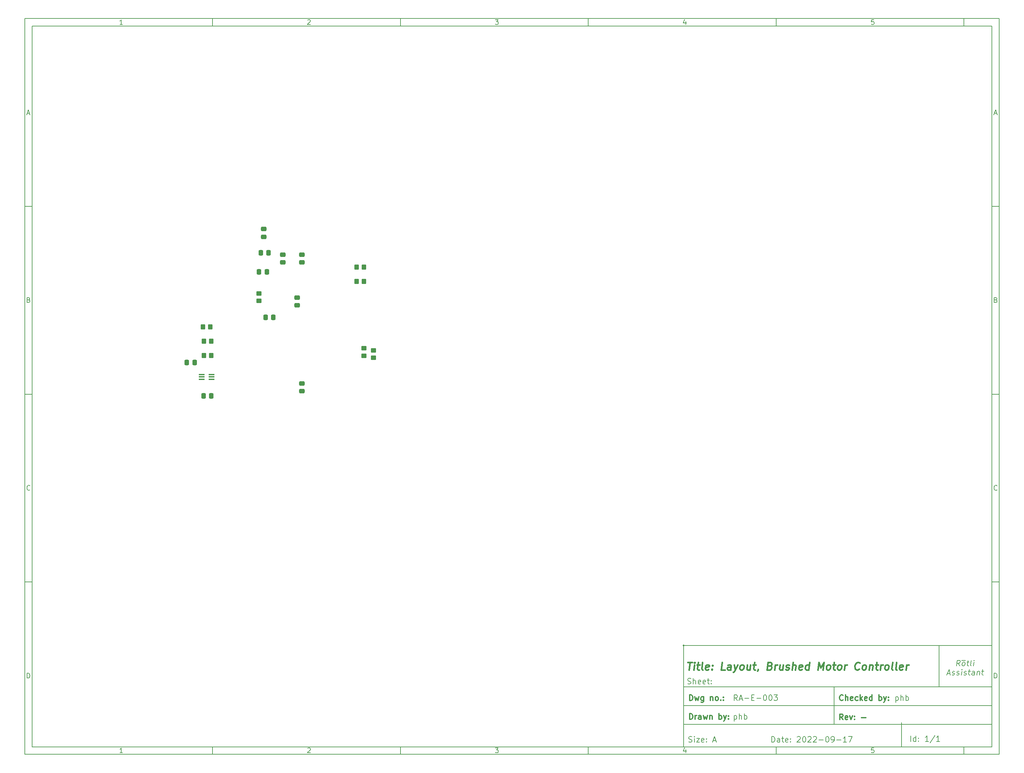
<source format=gbr>
%TF.GenerationSoftware,KiCad,Pcbnew,(6.0.7)*%
%TF.CreationDate,2022-09-17T11:26:47-05:00*%
%TF.ProjectId,BrushlessController,42727573-686c-4657-9373-436f6e74726f,-*%
%TF.SameCoordinates,Original*%
%TF.FileFunction,Paste,Top*%
%TF.FilePolarity,Positive*%
%FSLAX46Y46*%
G04 Gerber Fmt 4.6, Leading zero omitted, Abs format (unit mm)*
G04 Created by KiCad (PCBNEW (6.0.7)) date 2022-09-17 11:26:47*
%MOMM*%
%LPD*%
G01*
G04 APERTURE LIST*
G04 Aperture macros list*
%AMRoundRect*
0 Rectangle with rounded corners*
0 $1 Rounding radius*
0 $2 $3 $4 $5 $6 $7 $8 $9 X,Y pos of 4 corners*
0 Add a 4 corners polygon primitive as box body*
4,1,4,$2,$3,$4,$5,$6,$7,$8,$9,$2,$3,0*
0 Add four circle primitives for the rounded corners*
1,1,$1+$1,$2,$3*
1,1,$1+$1,$4,$5*
1,1,$1+$1,$6,$7*
1,1,$1+$1,$8,$9*
0 Add four rect primitives between the rounded corners*
20,1,$1+$1,$2,$3,$4,$5,0*
20,1,$1+$1,$4,$5,$6,$7,0*
20,1,$1+$1,$6,$7,$8,$9,0*
20,1,$1+$1,$8,$9,$2,$3,0*%
G04 Aperture macros list end*
%ADD10C,0.100000*%
%ADD11C,0.150000*%
%ADD12C,0.300000*%
%ADD13C,0.400000*%
%ADD14C,0.508000*%
%ADD15RoundRect,0.250000X-0.337500X-0.475000X0.337500X-0.475000X0.337500X0.475000X-0.337500X0.475000X0*%
%ADD16RoundRect,0.250000X0.475000X-0.337500X0.475000X0.337500X-0.475000X0.337500X-0.475000X-0.337500X0*%
%ADD17RoundRect,0.250000X-0.475000X0.337500X-0.475000X-0.337500X0.475000X-0.337500X0.475000X0.337500X0*%
%ADD18RoundRect,0.250000X-0.350000X-0.450000X0.350000X-0.450000X0.350000X0.450000X-0.350000X0.450000X0*%
%ADD19RoundRect,0.250000X-0.450000X0.350000X-0.450000X-0.350000X0.450000X-0.350000X0.450000X0.350000X0*%
%ADD20RoundRect,0.250000X0.350000X0.450000X-0.350000X0.450000X-0.350000X-0.450000X0.350000X-0.450000X0*%
%ADD21R,1.500000X0.400000*%
%ADD22RoundRect,0.250000X0.450000X-0.350000X0.450000X0.350000X-0.450000X0.350000X-0.450000X-0.350000X0*%
%ADD23RoundRect,0.250000X0.337500X0.475000X-0.337500X0.475000X-0.337500X-0.475000X0.337500X-0.475000X0*%
G04 APERTURE END LIST*
D10*
D11*
X10000000Y-10000000D02*
X10000000Y-205900000D01*
X269400000Y-205900000D01*
X269400000Y-10000000D01*
X10000000Y-10000000D01*
D10*
D11*
X12000000Y-12000000D02*
X12000000Y-203900000D01*
X267400000Y-203900000D01*
X267400000Y-12000000D01*
X12000000Y-12000000D01*
D10*
D11*
X60000000Y-12000000D02*
X60000000Y-10000000D01*
D10*
D11*
X110000000Y-12000000D02*
X110000000Y-10000000D01*
D10*
D11*
X160000000Y-12000000D02*
X160000000Y-10000000D01*
D10*
D11*
X210000000Y-12000000D02*
X210000000Y-10000000D01*
D10*
D11*
X260000000Y-12000000D02*
X260000000Y-10000000D01*
D10*
D11*
X36065476Y-11588095D02*
X35322619Y-11588095D01*
X35694047Y-11588095D02*
X35694047Y-10288095D01*
X35570238Y-10473809D01*
X35446428Y-10597619D01*
X35322619Y-10659523D01*
D10*
D11*
X85322619Y-10411904D02*
X85384523Y-10350000D01*
X85508333Y-10288095D01*
X85817857Y-10288095D01*
X85941666Y-10350000D01*
X86003571Y-10411904D01*
X86065476Y-10535714D01*
X86065476Y-10659523D01*
X86003571Y-10845238D01*
X85260714Y-11588095D01*
X86065476Y-11588095D01*
D10*
D11*
X135260714Y-10288095D02*
X136065476Y-10288095D01*
X135632142Y-10783333D01*
X135817857Y-10783333D01*
X135941666Y-10845238D01*
X136003571Y-10907142D01*
X136065476Y-11030952D01*
X136065476Y-11340476D01*
X136003571Y-11464285D01*
X135941666Y-11526190D01*
X135817857Y-11588095D01*
X135446428Y-11588095D01*
X135322619Y-11526190D01*
X135260714Y-11464285D01*
D10*
D11*
X185941666Y-10721428D02*
X185941666Y-11588095D01*
X185632142Y-10226190D02*
X185322619Y-11154761D01*
X186127380Y-11154761D01*
D10*
D11*
X236003571Y-10288095D02*
X235384523Y-10288095D01*
X235322619Y-10907142D01*
X235384523Y-10845238D01*
X235508333Y-10783333D01*
X235817857Y-10783333D01*
X235941666Y-10845238D01*
X236003571Y-10907142D01*
X236065476Y-11030952D01*
X236065476Y-11340476D01*
X236003571Y-11464285D01*
X235941666Y-11526190D01*
X235817857Y-11588095D01*
X235508333Y-11588095D01*
X235384523Y-11526190D01*
X235322619Y-11464285D01*
D10*
D11*
X60000000Y-203900000D02*
X60000000Y-205900000D01*
D10*
D11*
X110000000Y-203900000D02*
X110000000Y-205900000D01*
D10*
D11*
X160000000Y-203900000D02*
X160000000Y-205900000D01*
D10*
D11*
X210000000Y-203900000D02*
X210000000Y-205900000D01*
D10*
D11*
X260000000Y-203900000D02*
X260000000Y-205900000D01*
D10*
D11*
X36065476Y-205488095D02*
X35322619Y-205488095D01*
X35694047Y-205488095D02*
X35694047Y-204188095D01*
X35570238Y-204373809D01*
X35446428Y-204497619D01*
X35322619Y-204559523D01*
D10*
D11*
X85322619Y-204311904D02*
X85384523Y-204250000D01*
X85508333Y-204188095D01*
X85817857Y-204188095D01*
X85941666Y-204250000D01*
X86003571Y-204311904D01*
X86065476Y-204435714D01*
X86065476Y-204559523D01*
X86003571Y-204745238D01*
X85260714Y-205488095D01*
X86065476Y-205488095D01*
D10*
D11*
X135260714Y-204188095D02*
X136065476Y-204188095D01*
X135632142Y-204683333D01*
X135817857Y-204683333D01*
X135941666Y-204745238D01*
X136003571Y-204807142D01*
X136065476Y-204930952D01*
X136065476Y-205240476D01*
X136003571Y-205364285D01*
X135941666Y-205426190D01*
X135817857Y-205488095D01*
X135446428Y-205488095D01*
X135322619Y-205426190D01*
X135260714Y-205364285D01*
D10*
D11*
X185941666Y-204621428D02*
X185941666Y-205488095D01*
X185632142Y-204126190D02*
X185322619Y-205054761D01*
X186127380Y-205054761D01*
D10*
D11*
X236003571Y-204188095D02*
X235384523Y-204188095D01*
X235322619Y-204807142D01*
X235384523Y-204745238D01*
X235508333Y-204683333D01*
X235817857Y-204683333D01*
X235941666Y-204745238D01*
X236003571Y-204807142D01*
X236065476Y-204930952D01*
X236065476Y-205240476D01*
X236003571Y-205364285D01*
X235941666Y-205426190D01*
X235817857Y-205488095D01*
X235508333Y-205488095D01*
X235384523Y-205426190D01*
X235322619Y-205364285D01*
D10*
D11*
X10000000Y-60000000D02*
X12000000Y-60000000D01*
D10*
D11*
X10000000Y-110000000D02*
X12000000Y-110000000D01*
D10*
D11*
X10000000Y-160000000D02*
X12000000Y-160000000D01*
D10*
D11*
X10690476Y-35216666D02*
X11309523Y-35216666D01*
X10566666Y-35588095D02*
X11000000Y-34288095D01*
X11433333Y-35588095D01*
D10*
D11*
X11092857Y-84907142D02*
X11278571Y-84969047D01*
X11340476Y-85030952D01*
X11402380Y-85154761D01*
X11402380Y-85340476D01*
X11340476Y-85464285D01*
X11278571Y-85526190D01*
X11154761Y-85588095D01*
X10659523Y-85588095D01*
X10659523Y-84288095D01*
X11092857Y-84288095D01*
X11216666Y-84350000D01*
X11278571Y-84411904D01*
X11340476Y-84535714D01*
X11340476Y-84659523D01*
X11278571Y-84783333D01*
X11216666Y-84845238D01*
X11092857Y-84907142D01*
X10659523Y-84907142D01*
D10*
D11*
X11402380Y-135464285D02*
X11340476Y-135526190D01*
X11154761Y-135588095D01*
X11030952Y-135588095D01*
X10845238Y-135526190D01*
X10721428Y-135402380D01*
X10659523Y-135278571D01*
X10597619Y-135030952D01*
X10597619Y-134845238D01*
X10659523Y-134597619D01*
X10721428Y-134473809D01*
X10845238Y-134350000D01*
X11030952Y-134288095D01*
X11154761Y-134288095D01*
X11340476Y-134350000D01*
X11402380Y-134411904D01*
D10*
D11*
X10659523Y-185588095D02*
X10659523Y-184288095D01*
X10969047Y-184288095D01*
X11154761Y-184350000D01*
X11278571Y-184473809D01*
X11340476Y-184597619D01*
X11402380Y-184845238D01*
X11402380Y-185030952D01*
X11340476Y-185278571D01*
X11278571Y-185402380D01*
X11154761Y-185526190D01*
X10969047Y-185588095D01*
X10659523Y-185588095D01*
D10*
D11*
X269400000Y-60000000D02*
X267400000Y-60000000D01*
D10*
D11*
X269400000Y-110000000D02*
X267400000Y-110000000D01*
D10*
D11*
X269400000Y-160000000D02*
X267400000Y-160000000D01*
D10*
D11*
X268090476Y-35216666D02*
X268709523Y-35216666D01*
X267966666Y-35588095D02*
X268400000Y-34288095D01*
X268833333Y-35588095D01*
D10*
D11*
X268492857Y-84907142D02*
X268678571Y-84969047D01*
X268740476Y-85030952D01*
X268802380Y-85154761D01*
X268802380Y-85340476D01*
X268740476Y-85464285D01*
X268678571Y-85526190D01*
X268554761Y-85588095D01*
X268059523Y-85588095D01*
X268059523Y-84288095D01*
X268492857Y-84288095D01*
X268616666Y-84350000D01*
X268678571Y-84411904D01*
X268740476Y-84535714D01*
X268740476Y-84659523D01*
X268678571Y-84783333D01*
X268616666Y-84845238D01*
X268492857Y-84907142D01*
X268059523Y-84907142D01*
D10*
D11*
X268802380Y-135464285D02*
X268740476Y-135526190D01*
X268554761Y-135588095D01*
X268430952Y-135588095D01*
X268245238Y-135526190D01*
X268121428Y-135402380D01*
X268059523Y-135278571D01*
X267997619Y-135030952D01*
X267997619Y-134845238D01*
X268059523Y-134597619D01*
X268121428Y-134473809D01*
X268245238Y-134350000D01*
X268430952Y-134288095D01*
X268554761Y-134288095D01*
X268740476Y-134350000D01*
X268802380Y-134411904D01*
D10*
D11*
X268059523Y-185588095D02*
X268059523Y-184288095D01*
X268369047Y-184288095D01*
X268554761Y-184350000D01*
X268678571Y-184473809D01*
X268740476Y-184597619D01*
X268802380Y-184845238D01*
X268802380Y-185030952D01*
X268740476Y-185278571D01*
X268678571Y-185402380D01*
X268554761Y-185526190D01*
X268369047Y-185588095D01*
X268059523Y-185588095D01*
D10*
D11*
X208832142Y-202678371D02*
X208832142Y-201178371D01*
X209189285Y-201178371D01*
X209403571Y-201249800D01*
X209546428Y-201392657D01*
X209617857Y-201535514D01*
X209689285Y-201821228D01*
X209689285Y-202035514D01*
X209617857Y-202321228D01*
X209546428Y-202464085D01*
X209403571Y-202606942D01*
X209189285Y-202678371D01*
X208832142Y-202678371D01*
X210975000Y-202678371D02*
X210975000Y-201892657D01*
X210903571Y-201749800D01*
X210760714Y-201678371D01*
X210475000Y-201678371D01*
X210332142Y-201749800D01*
X210975000Y-202606942D02*
X210832142Y-202678371D01*
X210475000Y-202678371D01*
X210332142Y-202606942D01*
X210260714Y-202464085D01*
X210260714Y-202321228D01*
X210332142Y-202178371D01*
X210475000Y-202106942D01*
X210832142Y-202106942D01*
X210975000Y-202035514D01*
X211475000Y-201678371D02*
X212046428Y-201678371D01*
X211689285Y-201178371D02*
X211689285Y-202464085D01*
X211760714Y-202606942D01*
X211903571Y-202678371D01*
X212046428Y-202678371D01*
X213117857Y-202606942D02*
X212975000Y-202678371D01*
X212689285Y-202678371D01*
X212546428Y-202606942D01*
X212475000Y-202464085D01*
X212475000Y-201892657D01*
X212546428Y-201749800D01*
X212689285Y-201678371D01*
X212975000Y-201678371D01*
X213117857Y-201749800D01*
X213189285Y-201892657D01*
X213189285Y-202035514D01*
X212475000Y-202178371D01*
X213832142Y-202535514D02*
X213903571Y-202606942D01*
X213832142Y-202678371D01*
X213760714Y-202606942D01*
X213832142Y-202535514D01*
X213832142Y-202678371D01*
X213832142Y-201749800D02*
X213903571Y-201821228D01*
X213832142Y-201892657D01*
X213760714Y-201821228D01*
X213832142Y-201749800D01*
X213832142Y-201892657D01*
X215617857Y-201321228D02*
X215689285Y-201249800D01*
X215832142Y-201178371D01*
X216189285Y-201178371D01*
X216332142Y-201249800D01*
X216403571Y-201321228D01*
X216475000Y-201464085D01*
X216475000Y-201606942D01*
X216403571Y-201821228D01*
X215546428Y-202678371D01*
X216475000Y-202678371D01*
X217403571Y-201178371D02*
X217546428Y-201178371D01*
X217689285Y-201249800D01*
X217760714Y-201321228D01*
X217832142Y-201464085D01*
X217903571Y-201749800D01*
X217903571Y-202106942D01*
X217832142Y-202392657D01*
X217760714Y-202535514D01*
X217689285Y-202606942D01*
X217546428Y-202678371D01*
X217403571Y-202678371D01*
X217260714Y-202606942D01*
X217189285Y-202535514D01*
X217117857Y-202392657D01*
X217046428Y-202106942D01*
X217046428Y-201749800D01*
X217117857Y-201464085D01*
X217189285Y-201321228D01*
X217260714Y-201249800D01*
X217403571Y-201178371D01*
X218475000Y-201321228D02*
X218546428Y-201249800D01*
X218689285Y-201178371D01*
X219046428Y-201178371D01*
X219189285Y-201249800D01*
X219260714Y-201321228D01*
X219332142Y-201464085D01*
X219332142Y-201606942D01*
X219260714Y-201821228D01*
X218403571Y-202678371D01*
X219332142Y-202678371D01*
X219903571Y-201321228D02*
X219975000Y-201249800D01*
X220117857Y-201178371D01*
X220475000Y-201178371D01*
X220617857Y-201249800D01*
X220689285Y-201321228D01*
X220760714Y-201464085D01*
X220760714Y-201606942D01*
X220689285Y-201821228D01*
X219832142Y-202678371D01*
X220760714Y-202678371D01*
X221403571Y-202106942D02*
X222546428Y-202106942D01*
X223546428Y-201178371D02*
X223689285Y-201178371D01*
X223832142Y-201249800D01*
X223903571Y-201321228D01*
X223975000Y-201464085D01*
X224046428Y-201749800D01*
X224046428Y-202106942D01*
X223975000Y-202392657D01*
X223903571Y-202535514D01*
X223832142Y-202606942D01*
X223689285Y-202678371D01*
X223546428Y-202678371D01*
X223403571Y-202606942D01*
X223332142Y-202535514D01*
X223260714Y-202392657D01*
X223189285Y-202106942D01*
X223189285Y-201749800D01*
X223260714Y-201464085D01*
X223332142Y-201321228D01*
X223403571Y-201249800D01*
X223546428Y-201178371D01*
X224760714Y-202678371D02*
X225046428Y-202678371D01*
X225189285Y-202606942D01*
X225260714Y-202535514D01*
X225403571Y-202321228D01*
X225475000Y-202035514D01*
X225475000Y-201464085D01*
X225403571Y-201321228D01*
X225332142Y-201249800D01*
X225189285Y-201178371D01*
X224903571Y-201178371D01*
X224760714Y-201249800D01*
X224689285Y-201321228D01*
X224617857Y-201464085D01*
X224617857Y-201821228D01*
X224689285Y-201964085D01*
X224760714Y-202035514D01*
X224903571Y-202106942D01*
X225189285Y-202106942D01*
X225332142Y-202035514D01*
X225403571Y-201964085D01*
X225475000Y-201821228D01*
X226117857Y-202106942D02*
X227260714Y-202106942D01*
X228760714Y-202678371D02*
X227903571Y-202678371D01*
X228332142Y-202678371D02*
X228332142Y-201178371D01*
X228189285Y-201392657D01*
X228046428Y-201535514D01*
X227903571Y-201606942D01*
X229260714Y-201178371D02*
X230260714Y-201178371D01*
X229617857Y-202678371D01*
D10*
D12*
X227809285Y-196678571D02*
X227309285Y-195964285D01*
X226952142Y-196678571D02*
X226952142Y-195178571D01*
X227523571Y-195178571D01*
X227666428Y-195250000D01*
X227737857Y-195321428D01*
X227809285Y-195464285D01*
X227809285Y-195678571D01*
X227737857Y-195821428D01*
X227666428Y-195892857D01*
X227523571Y-195964285D01*
X226952142Y-195964285D01*
X229023571Y-196607142D02*
X228880714Y-196678571D01*
X228595000Y-196678571D01*
X228452142Y-196607142D01*
X228380714Y-196464285D01*
X228380714Y-195892857D01*
X228452142Y-195750000D01*
X228595000Y-195678571D01*
X228880714Y-195678571D01*
X229023571Y-195750000D01*
X229095000Y-195892857D01*
X229095000Y-196035714D01*
X228380714Y-196178571D01*
X229595000Y-195678571D02*
X229952142Y-196678571D01*
X230309285Y-195678571D01*
X230880714Y-196535714D02*
X230952142Y-196607142D01*
X230880714Y-196678571D01*
X230809285Y-196607142D01*
X230880714Y-196535714D01*
X230880714Y-196678571D01*
X230880714Y-195750000D02*
X230952142Y-195821428D01*
X230880714Y-195892857D01*
X230809285Y-195821428D01*
X230880714Y-195750000D01*
X230880714Y-195892857D01*
X232737857Y-196107142D02*
X233880714Y-196107142D01*
D10*
D11*
X186760714Y-202606942D02*
X186975000Y-202678371D01*
X187332142Y-202678371D01*
X187475000Y-202606942D01*
X187546428Y-202535514D01*
X187617857Y-202392657D01*
X187617857Y-202249800D01*
X187546428Y-202106942D01*
X187475000Y-202035514D01*
X187332142Y-201964085D01*
X187046428Y-201892657D01*
X186903571Y-201821228D01*
X186832142Y-201749800D01*
X186760714Y-201606942D01*
X186760714Y-201464085D01*
X186832142Y-201321228D01*
X186903571Y-201249800D01*
X187046428Y-201178371D01*
X187403571Y-201178371D01*
X187617857Y-201249800D01*
X188260714Y-202678371D02*
X188260714Y-201678371D01*
X188260714Y-201178371D02*
X188189285Y-201249800D01*
X188260714Y-201321228D01*
X188332142Y-201249800D01*
X188260714Y-201178371D01*
X188260714Y-201321228D01*
X188832142Y-201678371D02*
X189617857Y-201678371D01*
X188832142Y-202678371D01*
X189617857Y-202678371D01*
X190760714Y-202606942D02*
X190617857Y-202678371D01*
X190332142Y-202678371D01*
X190189285Y-202606942D01*
X190117857Y-202464085D01*
X190117857Y-201892657D01*
X190189285Y-201749800D01*
X190332142Y-201678371D01*
X190617857Y-201678371D01*
X190760714Y-201749800D01*
X190832142Y-201892657D01*
X190832142Y-202035514D01*
X190117857Y-202178371D01*
X191475000Y-202535514D02*
X191546428Y-202606942D01*
X191475000Y-202678371D01*
X191403571Y-202606942D01*
X191475000Y-202535514D01*
X191475000Y-202678371D01*
X191475000Y-201749800D02*
X191546428Y-201821228D01*
X191475000Y-201892657D01*
X191403571Y-201821228D01*
X191475000Y-201749800D01*
X191475000Y-201892657D01*
X193260714Y-202249800D02*
X193975000Y-202249800D01*
X193117857Y-202678371D02*
X193617857Y-201178371D01*
X194117857Y-202678371D01*
D10*
D11*
X245832142Y-202478571D02*
X245832142Y-200978571D01*
X247189285Y-202478571D02*
X247189285Y-200978571D01*
X247189285Y-202407142D02*
X247046428Y-202478571D01*
X246760714Y-202478571D01*
X246617857Y-202407142D01*
X246546428Y-202335714D01*
X246475000Y-202192857D01*
X246475000Y-201764285D01*
X246546428Y-201621428D01*
X246617857Y-201550000D01*
X246760714Y-201478571D01*
X247046428Y-201478571D01*
X247189285Y-201550000D01*
X247903571Y-202335714D02*
X247975000Y-202407142D01*
X247903571Y-202478571D01*
X247832142Y-202407142D01*
X247903571Y-202335714D01*
X247903571Y-202478571D01*
X247903571Y-201550000D02*
X247975000Y-201621428D01*
X247903571Y-201692857D01*
X247832142Y-201621428D01*
X247903571Y-201550000D01*
X247903571Y-201692857D01*
X250546428Y-202478571D02*
X249689285Y-202478571D01*
X250117857Y-202478571D02*
X250117857Y-200978571D01*
X249975000Y-201192857D01*
X249832142Y-201335714D01*
X249689285Y-201407142D01*
X252260714Y-200907142D02*
X250975000Y-202835714D01*
X253546428Y-202478571D02*
X252689285Y-202478571D01*
X253117857Y-202478571D02*
X253117857Y-200978571D01*
X252975000Y-201192857D01*
X252832142Y-201335714D01*
X252689285Y-201407142D01*
D10*
D13*
X186512380Y-181404561D02*
X187655238Y-181404561D01*
X186833809Y-183404561D02*
X187083809Y-181404561D01*
X188071904Y-183404561D02*
X188238571Y-182071228D01*
X188321904Y-181404561D02*
X188214761Y-181499800D01*
X188298095Y-181595038D01*
X188405238Y-181499800D01*
X188321904Y-181404561D01*
X188298095Y-181595038D01*
X188905238Y-182071228D02*
X189667142Y-182071228D01*
X189274285Y-181404561D02*
X189060000Y-183118847D01*
X189131428Y-183309323D01*
X189310000Y-183404561D01*
X189500476Y-183404561D01*
X190452857Y-183404561D02*
X190274285Y-183309323D01*
X190202857Y-183118847D01*
X190417142Y-181404561D01*
X191988571Y-183309323D02*
X191786190Y-183404561D01*
X191405238Y-183404561D01*
X191226666Y-183309323D01*
X191155238Y-183118847D01*
X191250476Y-182356942D01*
X191369523Y-182166466D01*
X191571904Y-182071228D01*
X191952857Y-182071228D01*
X192131428Y-182166466D01*
X192202857Y-182356942D01*
X192179047Y-182547419D01*
X191202857Y-182737895D01*
X192952857Y-183214085D02*
X193036190Y-183309323D01*
X192929047Y-183404561D01*
X192845714Y-183309323D01*
X192952857Y-183214085D01*
X192929047Y-183404561D01*
X193083809Y-182166466D02*
X193167142Y-182261704D01*
X193060000Y-182356942D01*
X192976666Y-182261704D01*
X193083809Y-182166466D01*
X193060000Y-182356942D01*
X196357619Y-183404561D02*
X195405238Y-183404561D01*
X195655238Y-181404561D01*
X197881428Y-183404561D02*
X198012380Y-182356942D01*
X197940952Y-182166466D01*
X197762380Y-182071228D01*
X197381428Y-182071228D01*
X197179047Y-182166466D01*
X197893333Y-183309323D02*
X197690952Y-183404561D01*
X197214761Y-183404561D01*
X197036190Y-183309323D01*
X196964761Y-183118847D01*
X196988571Y-182928371D01*
X197107619Y-182737895D01*
X197310000Y-182642657D01*
X197786190Y-182642657D01*
X197988571Y-182547419D01*
X198810000Y-182071228D02*
X199119523Y-183404561D01*
X199762380Y-182071228D02*
X199119523Y-183404561D01*
X198869523Y-183880752D01*
X198762380Y-183975990D01*
X198560000Y-184071228D01*
X200643333Y-183404561D02*
X200464761Y-183309323D01*
X200381428Y-183214085D01*
X200310000Y-183023609D01*
X200381428Y-182452180D01*
X200500476Y-182261704D01*
X200607619Y-182166466D01*
X200810000Y-182071228D01*
X201095714Y-182071228D01*
X201274285Y-182166466D01*
X201357619Y-182261704D01*
X201429047Y-182452180D01*
X201357619Y-183023609D01*
X201238571Y-183214085D01*
X201131428Y-183309323D01*
X200929047Y-183404561D01*
X200643333Y-183404561D01*
X203190952Y-182071228D02*
X203024285Y-183404561D01*
X202333809Y-182071228D02*
X202202857Y-183118847D01*
X202274285Y-183309323D01*
X202452857Y-183404561D01*
X202738571Y-183404561D01*
X202940952Y-183309323D01*
X203048095Y-183214085D01*
X203857619Y-182071228D02*
X204619523Y-182071228D01*
X204226666Y-181404561D02*
X204012380Y-183118847D01*
X204083809Y-183309323D01*
X204262380Y-183404561D01*
X204452857Y-183404561D01*
X205226666Y-183309323D02*
X205214761Y-183404561D01*
X205095714Y-183595038D01*
X204988571Y-183690276D01*
X208393333Y-182356942D02*
X208667142Y-182452180D01*
X208750476Y-182547419D01*
X208821904Y-182737895D01*
X208786190Y-183023609D01*
X208667142Y-183214085D01*
X208560000Y-183309323D01*
X208357619Y-183404561D01*
X207595714Y-183404561D01*
X207845714Y-181404561D01*
X208512380Y-181404561D01*
X208690952Y-181499800D01*
X208774285Y-181595038D01*
X208845714Y-181785514D01*
X208821904Y-181975990D01*
X208702857Y-182166466D01*
X208595714Y-182261704D01*
X208393333Y-182356942D01*
X207726666Y-182356942D01*
X209595714Y-183404561D02*
X209762380Y-182071228D01*
X209714761Y-182452180D02*
X209833809Y-182261704D01*
X209940952Y-182166466D01*
X210143333Y-182071228D01*
X210333809Y-182071228D01*
X211857619Y-182071228D02*
X211690952Y-183404561D01*
X211000476Y-182071228D02*
X210869523Y-183118847D01*
X210940952Y-183309323D01*
X211119523Y-183404561D01*
X211405238Y-183404561D01*
X211607619Y-183309323D01*
X211714761Y-183214085D01*
X212560000Y-183309323D02*
X212738571Y-183404561D01*
X213119523Y-183404561D01*
X213321904Y-183309323D01*
X213440952Y-183118847D01*
X213452857Y-183023609D01*
X213381428Y-182833133D01*
X213202857Y-182737895D01*
X212917142Y-182737895D01*
X212738571Y-182642657D01*
X212667142Y-182452180D01*
X212679047Y-182356942D01*
X212798095Y-182166466D01*
X213000476Y-182071228D01*
X213286190Y-182071228D01*
X213464761Y-182166466D01*
X214262380Y-183404561D02*
X214512380Y-181404561D01*
X215119523Y-183404561D02*
X215250476Y-182356942D01*
X215179047Y-182166466D01*
X215000476Y-182071228D01*
X214714761Y-182071228D01*
X214512380Y-182166466D01*
X214405238Y-182261704D01*
X216845714Y-183309323D02*
X216643333Y-183404561D01*
X216262380Y-183404561D01*
X216083809Y-183309323D01*
X216012380Y-183118847D01*
X216107619Y-182356942D01*
X216226666Y-182166466D01*
X216429047Y-182071228D01*
X216810000Y-182071228D01*
X216988571Y-182166466D01*
X217060000Y-182356942D01*
X217036190Y-182547419D01*
X216060000Y-182737895D01*
X218643333Y-183404561D02*
X218893333Y-181404561D01*
X218655238Y-183309323D02*
X218452857Y-183404561D01*
X218071904Y-183404561D01*
X217893333Y-183309323D01*
X217810000Y-183214085D01*
X217738571Y-183023609D01*
X217810000Y-182452180D01*
X217929047Y-182261704D01*
X218036190Y-182166466D01*
X218238571Y-182071228D01*
X218619523Y-182071228D01*
X218798095Y-182166466D01*
X221119523Y-183404561D02*
X221369523Y-181404561D01*
X221857619Y-182833133D01*
X222702857Y-181404561D01*
X222452857Y-183404561D01*
X223690952Y-183404561D02*
X223512380Y-183309323D01*
X223429047Y-183214085D01*
X223357619Y-183023609D01*
X223429047Y-182452180D01*
X223548095Y-182261704D01*
X223655238Y-182166466D01*
X223857619Y-182071228D01*
X224143333Y-182071228D01*
X224321904Y-182166466D01*
X224405238Y-182261704D01*
X224476666Y-182452180D01*
X224405238Y-183023609D01*
X224286190Y-183214085D01*
X224179047Y-183309323D01*
X223976666Y-183404561D01*
X223690952Y-183404561D01*
X225095714Y-182071228D02*
X225857619Y-182071228D01*
X225464761Y-181404561D02*
X225250476Y-183118847D01*
X225321904Y-183309323D01*
X225500476Y-183404561D01*
X225690952Y-183404561D01*
X226643333Y-183404561D02*
X226464761Y-183309323D01*
X226381428Y-183214085D01*
X226310000Y-183023609D01*
X226381428Y-182452180D01*
X226500476Y-182261704D01*
X226607619Y-182166466D01*
X226810000Y-182071228D01*
X227095714Y-182071228D01*
X227274285Y-182166466D01*
X227357619Y-182261704D01*
X227429047Y-182452180D01*
X227357619Y-183023609D01*
X227238571Y-183214085D01*
X227131428Y-183309323D01*
X226929047Y-183404561D01*
X226643333Y-183404561D01*
X228167142Y-183404561D02*
X228333809Y-182071228D01*
X228286190Y-182452180D02*
X228405238Y-182261704D01*
X228512380Y-182166466D01*
X228714761Y-182071228D01*
X228905238Y-182071228D01*
X232095714Y-183214085D02*
X231988571Y-183309323D01*
X231690952Y-183404561D01*
X231500476Y-183404561D01*
X231226666Y-183309323D01*
X231060000Y-183118847D01*
X230988571Y-182928371D01*
X230940952Y-182547419D01*
X230976666Y-182261704D01*
X231119523Y-181880752D01*
X231238571Y-181690276D01*
X231452857Y-181499800D01*
X231750476Y-181404561D01*
X231940952Y-181404561D01*
X232214761Y-181499800D01*
X232298095Y-181595038D01*
X233214761Y-183404561D02*
X233036190Y-183309323D01*
X232952857Y-183214085D01*
X232881428Y-183023609D01*
X232952857Y-182452180D01*
X233071904Y-182261704D01*
X233179047Y-182166466D01*
X233381428Y-182071228D01*
X233667142Y-182071228D01*
X233845714Y-182166466D01*
X233929047Y-182261704D01*
X234000476Y-182452180D01*
X233929047Y-183023609D01*
X233810000Y-183214085D01*
X233702857Y-183309323D01*
X233500476Y-183404561D01*
X233214761Y-183404561D01*
X234905238Y-182071228D02*
X234738571Y-183404561D01*
X234881428Y-182261704D02*
X234988571Y-182166466D01*
X235190952Y-182071228D01*
X235476666Y-182071228D01*
X235655238Y-182166466D01*
X235726666Y-182356942D01*
X235595714Y-183404561D01*
X236429047Y-182071228D02*
X237190952Y-182071228D01*
X236798095Y-181404561D02*
X236583809Y-183118847D01*
X236655238Y-183309323D01*
X236833809Y-183404561D01*
X237024285Y-183404561D01*
X237690952Y-183404561D02*
X237857619Y-182071228D01*
X237809999Y-182452180D02*
X237929047Y-182261704D01*
X238036190Y-182166466D01*
X238238571Y-182071228D01*
X238429047Y-182071228D01*
X239214761Y-183404561D02*
X239036190Y-183309323D01*
X238952857Y-183214085D01*
X238881428Y-183023609D01*
X238952857Y-182452180D01*
X239071904Y-182261704D01*
X239179047Y-182166466D01*
X239381428Y-182071228D01*
X239667142Y-182071228D01*
X239845714Y-182166466D01*
X239929047Y-182261704D01*
X240000476Y-182452180D01*
X239929047Y-183023609D01*
X239809999Y-183214085D01*
X239702857Y-183309323D01*
X239500476Y-183404561D01*
X239214761Y-183404561D01*
X241024285Y-183404561D02*
X240845714Y-183309323D01*
X240774285Y-183118847D01*
X240988571Y-181404561D01*
X242071904Y-183404561D02*
X241893333Y-183309323D01*
X241821904Y-183118847D01*
X242036190Y-181404561D01*
X243607619Y-183309323D02*
X243405238Y-183404561D01*
X243024285Y-183404561D01*
X242845714Y-183309323D01*
X242774285Y-183118847D01*
X242869523Y-182356942D01*
X242988571Y-182166466D01*
X243190952Y-182071228D01*
X243571904Y-182071228D01*
X243750476Y-182166466D01*
X243821904Y-182356942D01*
X243798095Y-182547419D01*
X242821904Y-182737895D01*
X244548095Y-183404561D02*
X244714761Y-182071228D01*
X244667142Y-182452180D02*
X244786190Y-182261704D01*
X244893333Y-182166466D01*
X245095714Y-182071228D01*
X245286190Y-182071228D01*
D10*
D11*
X186460714Y-187106942D02*
X186675000Y-187178371D01*
X187032142Y-187178371D01*
X187175000Y-187106942D01*
X187246428Y-187035514D01*
X187317857Y-186892657D01*
X187317857Y-186749800D01*
X187246428Y-186606942D01*
X187175000Y-186535514D01*
X187032142Y-186464085D01*
X186746428Y-186392657D01*
X186603571Y-186321228D01*
X186532142Y-186249800D01*
X186460714Y-186106942D01*
X186460714Y-185964085D01*
X186532142Y-185821228D01*
X186603571Y-185749800D01*
X186746428Y-185678371D01*
X187103571Y-185678371D01*
X187317857Y-185749800D01*
X187960714Y-187178371D02*
X187960714Y-185678371D01*
X188603571Y-187178371D02*
X188603571Y-186392657D01*
X188532142Y-186249800D01*
X188389285Y-186178371D01*
X188175000Y-186178371D01*
X188032142Y-186249800D01*
X187960714Y-186321228D01*
X189889285Y-187106942D02*
X189746428Y-187178371D01*
X189460714Y-187178371D01*
X189317857Y-187106942D01*
X189246428Y-186964085D01*
X189246428Y-186392657D01*
X189317857Y-186249800D01*
X189460714Y-186178371D01*
X189746428Y-186178371D01*
X189889285Y-186249800D01*
X189960714Y-186392657D01*
X189960714Y-186535514D01*
X189246428Y-186678371D01*
X191175000Y-187106942D02*
X191032142Y-187178371D01*
X190746428Y-187178371D01*
X190603571Y-187106942D01*
X190532142Y-186964085D01*
X190532142Y-186392657D01*
X190603571Y-186249800D01*
X190746428Y-186178371D01*
X191032142Y-186178371D01*
X191175000Y-186249800D01*
X191246428Y-186392657D01*
X191246428Y-186535514D01*
X190532142Y-186678371D01*
X191675000Y-186178371D02*
X192246428Y-186178371D01*
X191889285Y-185678371D02*
X191889285Y-186964085D01*
X191960714Y-187106942D01*
X192103571Y-187178371D01*
X192246428Y-187178371D01*
X192746428Y-187035514D02*
X192817857Y-187106942D01*
X192746428Y-187178371D01*
X192675000Y-187106942D01*
X192746428Y-187035514D01*
X192746428Y-187178371D01*
X192746428Y-186249800D02*
X192817857Y-186321228D01*
X192746428Y-186392657D01*
X192675000Y-186321228D01*
X192746428Y-186249800D01*
X192746428Y-186392657D01*
D10*
D11*
X199689285Y-191578371D02*
X199189285Y-190864085D01*
X198832142Y-191578371D02*
X198832142Y-190078371D01*
X199403571Y-190078371D01*
X199546428Y-190149800D01*
X199617857Y-190221228D01*
X199689285Y-190364085D01*
X199689285Y-190578371D01*
X199617857Y-190721228D01*
X199546428Y-190792657D01*
X199403571Y-190864085D01*
X198832142Y-190864085D01*
X200260714Y-191149800D02*
X200975000Y-191149800D01*
X200117857Y-191578371D02*
X200617857Y-190078371D01*
X201117857Y-191578371D01*
X201617857Y-191006942D02*
X202760714Y-191006942D01*
X203475000Y-190792657D02*
X203975000Y-190792657D01*
X204189285Y-191578371D02*
X203475000Y-191578371D01*
X203475000Y-190078371D01*
X204189285Y-190078371D01*
X204832142Y-191006942D02*
X205975000Y-191006942D01*
X206975000Y-190078371D02*
X207117857Y-190078371D01*
X207260714Y-190149800D01*
X207332142Y-190221228D01*
X207403571Y-190364085D01*
X207475000Y-190649800D01*
X207475000Y-191006942D01*
X207403571Y-191292657D01*
X207332142Y-191435514D01*
X207260714Y-191506942D01*
X207117857Y-191578371D01*
X206975000Y-191578371D01*
X206832142Y-191506942D01*
X206760714Y-191435514D01*
X206689285Y-191292657D01*
X206617857Y-191006942D01*
X206617857Y-190649800D01*
X206689285Y-190364085D01*
X206760714Y-190221228D01*
X206832142Y-190149800D01*
X206975000Y-190078371D01*
X208403571Y-190078371D02*
X208546428Y-190078371D01*
X208689285Y-190149800D01*
X208760714Y-190221228D01*
X208832142Y-190364085D01*
X208903571Y-190649800D01*
X208903571Y-191006942D01*
X208832142Y-191292657D01*
X208760714Y-191435514D01*
X208689285Y-191506942D01*
X208546428Y-191578371D01*
X208403571Y-191578371D01*
X208260714Y-191506942D01*
X208189285Y-191435514D01*
X208117857Y-191292657D01*
X208046428Y-191006942D01*
X208046428Y-190649800D01*
X208117857Y-190364085D01*
X208189285Y-190221228D01*
X208260714Y-190149800D01*
X208403571Y-190078371D01*
X209403571Y-190078371D02*
X210332142Y-190078371D01*
X209832142Y-190649800D01*
X210046428Y-190649800D01*
X210189285Y-190721228D01*
X210260714Y-190792657D01*
X210332142Y-190935514D01*
X210332142Y-191292657D01*
X210260714Y-191435514D01*
X210189285Y-191506942D01*
X210046428Y-191578371D01*
X209617857Y-191578371D01*
X209475000Y-191506942D01*
X209403571Y-191435514D01*
D10*
D11*
X241832142Y-190578371D02*
X241832142Y-192078371D01*
X241832142Y-190649800D02*
X241975000Y-190578371D01*
X242260714Y-190578371D01*
X242403571Y-190649800D01*
X242475000Y-190721228D01*
X242546428Y-190864085D01*
X242546428Y-191292657D01*
X242475000Y-191435514D01*
X242403571Y-191506942D01*
X242260714Y-191578371D01*
X241975000Y-191578371D01*
X241832142Y-191506942D01*
X243189285Y-191578371D02*
X243189285Y-190078371D01*
X243832142Y-191578371D02*
X243832142Y-190792657D01*
X243760714Y-190649800D01*
X243617857Y-190578371D01*
X243403571Y-190578371D01*
X243260714Y-190649800D01*
X243189285Y-190721228D01*
X244546428Y-191578371D02*
X244546428Y-190078371D01*
X244546428Y-190649800D02*
X244689285Y-190578371D01*
X244975000Y-190578371D01*
X245117857Y-190649800D01*
X245189285Y-190721228D01*
X245260714Y-190864085D01*
X245260714Y-191292657D01*
X245189285Y-191435514D01*
X245117857Y-191506942D01*
X244975000Y-191578371D01*
X244689285Y-191578371D01*
X244546428Y-191506942D01*
D10*
D11*
X198832142Y-195578371D02*
X198832142Y-197078371D01*
X198832142Y-195649800D02*
X198975000Y-195578371D01*
X199260714Y-195578371D01*
X199403571Y-195649800D01*
X199475000Y-195721228D01*
X199546428Y-195864085D01*
X199546428Y-196292657D01*
X199475000Y-196435514D01*
X199403571Y-196506942D01*
X199260714Y-196578371D01*
X198975000Y-196578371D01*
X198832142Y-196506942D01*
X200189285Y-196578371D02*
X200189285Y-195078371D01*
X200832142Y-196578371D02*
X200832142Y-195792657D01*
X200760714Y-195649800D01*
X200617857Y-195578371D01*
X200403571Y-195578371D01*
X200260714Y-195649800D01*
X200189285Y-195721228D01*
X201546428Y-196578371D02*
X201546428Y-195078371D01*
X201546428Y-195649800D02*
X201689285Y-195578371D01*
X201975000Y-195578371D01*
X202117857Y-195649800D01*
X202189285Y-195721228D01*
X202260714Y-195864085D01*
X202260714Y-196292657D01*
X202189285Y-196435514D01*
X202117857Y-196506942D01*
X201975000Y-196578371D01*
X201689285Y-196578371D01*
X201546428Y-196506942D01*
D10*
D11*
X243400000Y-197400000D02*
X243400000Y-203900000D01*
D10*
D11*
X267411000Y-187897800D02*
X267411000Y-176897800D01*
X185411000Y-176897800D01*
X185411000Y-187897800D01*
X267411000Y-187897800D01*
D10*
D14*
X185411000Y-176898000D02*
X185411000Y-176898000D01*
X185411000Y-176898000D01*
X185411000Y-176898000D01*
X185411000Y-176898000D01*
D10*
D12*
X186963142Y-196576571D02*
X186963142Y-195076571D01*
X187320285Y-195076571D01*
X187534571Y-195148000D01*
X187677428Y-195290857D01*
X187748857Y-195433714D01*
X187820285Y-195719428D01*
X187820285Y-195933714D01*
X187748857Y-196219428D01*
X187677428Y-196362285D01*
X187534571Y-196505142D01*
X187320285Y-196576571D01*
X186963142Y-196576571D01*
X188463142Y-196576571D02*
X188463142Y-195576571D01*
X188463142Y-195862285D02*
X188534571Y-195719428D01*
X188606000Y-195648000D01*
X188748857Y-195576571D01*
X188891714Y-195576571D01*
X190034571Y-196576571D02*
X190034571Y-195790857D01*
X189963142Y-195648000D01*
X189820285Y-195576571D01*
X189534571Y-195576571D01*
X189391714Y-195648000D01*
X190034571Y-196505142D02*
X189891714Y-196576571D01*
X189534571Y-196576571D01*
X189391714Y-196505142D01*
X189320285Y-196362285D01*
X189320285Y-196219428D01*
X189391714Y-196076571D01*
X189534571Y-196005142D01*
X189891714Y-196005142D01*
X190034571Y-195933714D01*
X190606000Y-195576571D02*
X190891714Y-196576571D01*
X191177428Y-195862285D01*
X191463142Y-196576571D01*
X191748857Y-195576571D01*
X192320285Y-195576571D02*
X192320285Y-196576571D01*
X192320285Y-195719428D02*
X192391714Y-195648000D01*
X192534571Y-195576571D01*
X192748857Y-195576571D01*
X192891714Y-195648000D01*
X192963142Y-195790857D01*
X192963142Y-196576571D01*
X194820285Y-196576571D02*
X194820285Y-195076571D01*
X194820285Y-195648000D02*
X194963142Y-195576571D01*
X195248857Y-195576571D01*
X195391714Y-195648000D01*
X195463142Y-195719428D01*
X195534571Y-195862285D01*
X195534571Y-196290857D01*
X195463142Y-196433714D01*
X195391714Y-196505142D01*
X195248857Y-196576571D01*
X194963142Y-196576571D01*
X194820285Y-196505142D01*
X196034571Y-195576571D02*
X196391714Y-196576571D01*
X196748857Y-195576571D02*
X196391714Y-196576571D01*
X196248857Y-196933714D01*
X196177428Y-197005142D01*
X196034571Y-197076571D01*
X197320285Y-196433714D02*
X197391714Y-196505142D01*
X197320285Y-196576571D01*
X197248857Y-196505142D01*
X197320285Y-196433714D01*
X197320285Y-196576571D01*
X197320285Y-195648000D02*
X197391714Y-195719428D01*
X197320285Y-195790857D01*
X197248857Y-195719428D01*
X197320285Y-195648000D01*
X197320285Y-195790857D01*
D10*
D11*
X225411000Y-187897800D02*
X225411000Y-192897800D01*
D10*
D12*
X227820285Y-191433714D02*
X227748857Y-191505142D01*
X227534571Y-191576571D01*
X227391714Y-191576571D01*
X227177428Y-191505142D01*
X227034571Y-191362285D01*
X226963142Y-191219428D01*
X226891714Y-190933714D01*
X226891714Y-190719428D01*
X226963142Y-190433714D01*
X227034571Y-190290857D01*
X227177428Y-190148000D01*
X227391714Y-190076571D01*
X227534571Y-190076571D01*
X227748857Y-190148000D01*
X227820285Y-190219428D01*
X228463142Y-191576571D02*
X228463142Y-190076571D01*
X229106000Y-191576571D02*
X229106000Y-190790857D01*
X229034571Y-190648000D01*
X228891714Y-190576571D01*
X228677428Y-190576571D01*
X228534571Y-190648000D01*
X228463142Y-190719428D01*
X230391714Y-191505142D02*
X230248857Y-191576571D01*
X229963142Y-191576571D01*
X229820285Y-191505142D01*
X229748857Y-191362285D01*
X229748857Y-190790857D01*
X229820285Y-190648000D01*
X229963142Y-190576571D01*
X230248857Y-190576571D01*
X230391714Y-190648000D01*
X230463142Y-190790857D01*
X230463142Y-190933714D01*
X229748857Y-191076571D01*
X231748857Y-191505142D02*
X231606000Y-191576571D01*
X231320285Y-191576571D01*
X231177428Y-191505142D01*
X231106000Y-191433714D01*
X231034571Y-191290857D01*
X231034571Y-190862285D01*
X231106000Y-190719428D01*
X231177428Y-190648000D01*
X231320285Y-190576571D01*
X231606000Y-190576571D01*
X231748857Y-190648000D01*
X232391714Y-191576571D02*
X232391714Y-190076571D01*
X232534571Y-191005142D02*
X232963142Y-191576571D01*
X232963142Y-190576571D02*
X232391714Y-191148000D01*
X234177428Y-191505142D02*
X234034571Y-191576571D01*
X233748857Y-191576571D01*
X233606000Y-191505142D01*
X233534571Y-191362285D01*
X233534571Y-190790857D01*
X233606000Y-190648000D01*
X233748857Y-190576571D01*
X234034571Y-190576571D01*
X234177428Y-190648000D01*
X234248857Y-190790857D01*
X234248857Y-190933714D01*
X233534571Y-191076571D01*
X235534571Y-191576571D02*
X235534571Y-190076571D01*
X235534571Y-191505142D02*
X235391714Y-191576571D01*
X235106000Y-191576571D01*
X234963142Y-191505142D01*
X234891714Y-191433714D01*
X234820285Y-191290857D01*
X234820285Y-190862285D01*
X234891714Y-190719428D01*
X234963142Y-190648000D01*
X235106000Y-190576571D01*
X235391714Y-190576571D01*
X235534571Y-190648000D01*
X237391714Y-191576571D02*
X237391714Y-190076571D01*
X237391714Y-190648000D02*
X237534571Y-190576571D01*
X237820285Y-190576571D01*
X237963142Y-190648000D01*
X238034571Y-190719428D01*
X238106000Y-190862285D01*
X238106000Y-191290857D01*
X238034571Y-191433714D01*
X237963142Y-191505142D01*
X237820285Y-191576571D01*
X237534571Y-191576571D01*
X237391714Y-191505142D01*
X238606000Y-190576571D02*
X238963142Y-191576571D01*
X239320285Y-190576571D02*
X238963142Y-191576571D01*
X238820285Y-191933714D01*
X238748857Y-192005142D01*
X238606000Y-192076571D01*
X239891714Y-191433714D02*
X239963142Y-191505142D01*
X239891714Y-191576571D01*
X239820285Y-191505142D01*
X239891714Y-191433714D01*
X239891714Y-191576571D01*
X239891714Y-190648000D02*
X239963142Y-190719428D01*
X239891714Y-190790857D01*
X239820285Y-190719428D01*
X239891714Y-190648000D01*
X239891714Y-190790857D01*
D10*
D11*
X185411000Y-192897800D02*
X185411000Y-197897800D01*
D10*
D11*
X185411000Y-192897800D02*
X267411000Y-192897800D01*
D10*
D11*
X185411000Y-192897800D02*
X185411000Y-187897800D01*
D10*
D12*
X186963142Y-191576571D02*
X186963142Y-190076571D01*
X187320285Y-190076571D01*
X187534571Y-190148000D01*
X187677428Y-190290857D01*
X187748857Y-190433714D01*
X187820285Y-190719428D01*
X187820285Y-190933714D01*
X187748857Y-191219428D01*
X187677428Y-191362285D01*
X187534571Y-191505142D01*
X187320285Y-191576571D01*
X186963142Y-191576571D01*
X188320285Y-190576571D02*
X188606000Y-191576571D01*
X188891714Y-190862285D01*
X189177428Y-191576571D01*
X189463142Y-190576571D01*
X190677428Y-190576571D02*
X190677428Y-191790857D01*
X190606000Y-191933714D01*
X190534571Y-192005142D01*
X190391714Y-192076571D01*
X190177428Y-192076571D01*
X190034571Y-192005142D01*
X190677428Y-191505142D02*
X190534571Y-191576571D01*
X190248857Y-191576571D01*
X190106000Y-191505142D01*
X190034571Y-191433714D01*
X189963142Y-191290857D01*
X189963142Y-190862285D01*
X190034571Y-190719428D01*
X190106000Y-190648000D01*
X190248857Y-190576571D01*
X190534571Y-190576571D01*
X190677428Y-190648000D01*
X192534571Y-190576571D02*
X192534571Y-191576571D01*
X192534571Y-190719428D02*
X192606000Y-190648000D01*
X192748857Y-190576571D01*
X192963142Y-190576571D01*
X193106000Y-190648000D01*
X193177428Y-190790857D01*
X193177428Y-191576571D01*
X194106000Y-191576571D02*
X193963142Y-191505142D01*
X193891714Y-191433714D01*
X193820285Y-191290857D01*
X193820285Y-190862285D01*
X193891714Y-190719428D01*
X193963142Y-190648000D01*
X194106000Y-190576571D01*
X194320285Y-190576571D01*
X194463142Y-190648000D01*
X194534571Y-190719428D01*
X194606000Y-190862285D01*
X194606000Y-191290857D01*
X194534571Y-191433714D01*
X194463142Y-191505142D01*
X194320285Y-191576571D01*
X194106000Y-191576571D01*
X195248857Y-191433714D02*
X195320285Y-191505142D01*
X195248857Y-191576571D01*
X195177428Y-191505142D01*
X195248857Y-191433714D01*
X195248857Y-191576571D01*
X195963142Y-191433714D02*
X196034571Y-191505142D01*
X195963142Y-191576571D01*
X195891714Y-191505142D01*
X195963142Y-191433714D01*
X195963142Y-191576571D01*
X195963142Y-190648000D02*
X196034571Y-190719428D01*
X195963142Y-190790857D01*
X195891714Y-190719428D01*
X195963142Y-190648000D01*
X195963142Y-190790857D01*
D10*
D11*
X225411000Y-192897800D02*
X225411000Y-197897800D01*
D10*
D11*
X185411000Y-197897800D02*
X267411000Y-197897800D01*
D10*
D11*
X185411000Y-197897800D02*
X185411000Y-203897800D01*
D10*
D11*
X258876133Y-182368871D02*
X258465419Y-181654585D01*
X258018991Y-182368871D02*
X258206491Y-180868871D01*
X258777919Y-180868871D01*
X258911848Y-180940300D01*
X258974348Y-181011728D01*
X259027919Y-181154585D01*
X259001133Y-181368871D01*
X258911848Y-181511728D01*
X258831491Y-181583157D01*
X258679705Y-181654585D01*
X258108276Y-181654585D01*
X259733276Y-182368871D02*
X259599348Y-182297442D01*
X259536848Y-182226014D01*
X259483276Y-182083157D01*
X259536848Y-181654585D01*
X259626133Y-181511728D01*
X259706491Y-181440300D01*
X259858276Y-181368871D01*
X260072562Y-181368871D01*
X260206491Y-181440300D01*
X260268991Y-181511728D01*
X260322562Y-181654585D01*
X260268991Y-182083157D01*
X260179705Y-182226014D01*
X260099348Y-182297442D01*
X259947562Y-182368871D01*
X259733276Y-182368871D01*
X260786848Y-181368871D02*
X261358276Y-181368871D01*
X261063633Y-180868871D02*
X260902919Y-182154585D01*
X260956491Y-182297442D01*
X261090419Y-182368871D01*
X261233276Y-182368871D01*
X261947562Y-182368871D02*
X261813633Y-182297442D01*
X261760062Y-182154585D01*
X261920776Y-180868871D01*
X262518991Y-182368871D02*
X262643991Y-181368871D01*
X262706491Y-180868871D02*
X262626133Y-180940300D01*
X262688633Y-181011728D01*
X262768991Y-180940300D01*
X262706491Y-180868871D01*
X262688633Y-181011728D01*
X255572562Y-184355300D02*
X256286848Y-184355300D01*
X255376133Y-184783871D02*
X256063633Y-183283871D01*
X256376133Y-184783871D01*
X256813633Y-184712442D02*
X256947562Y-184783871D01*
X257233276Y-184783871D01*
X257385062Y-184712442D01*
X257474348Y-184569585D01*
X257483276Y-184498157D01*
X257429705Y-184355300D01*
X257295776Y-184283871D01*
X257081491Y-184283871D01*
X256947562Y-184212442D01*
X256893991Y-184069585D01*
X256902919Y-183998157D01*
X256992205Y-183855300D01*
X257143991Y-183783871D01*
X257358276Y-183783871D01*
X257492205Y-183855300D01*
X258027919Y-184712442D02*
X258161848Y-184783871D01*
X258447562Y-184783871D01*
X258599348Y-184712442D01*
X258688633Y-184569585D01*
X258697562Y-184498157D01*
X258643991Y-184355300D01*
X258510062Y-184283871D01*
X258295776Y-184283871D01*
X258161848Y-184212442D01*
X258108276Y-184069585D01*
X258117205Y-183998157D01*
X258206491Y-183855300D01*
X258358276Y-183783871D01*
X258572562Y-183783871D01*
X258706491Y-183855300D01*
X259304705Y-184783871D02*
X259429705Y-183783871D01*
X259492205Y-183283871D02*
X259411848Y-183355300D01*
X259474348Y-183426728D01*
X259554705Y-183355300D01*
X259492205Y-183283871D01*
X259474348Y-183426728D01*
X259956491Y-184712442D02*
X260090419Y-184783871D01*
X260376133Y-184783871D01*
X260527919Y-184712442D01*
X260617205Y-184569585D01*
X260626133Y-184498157D01*
X260572562Y-184355300D01*
X260438633Y-184283871D01*
X260224348Y-184283871D01*
X260090419Y-184212442D01*
X260036848Y-184069585D01*
X260045776Y-183998157D01*
X260135062Y-183855300D01*
X260286848Y-183783871D01*
X260501133Y-183783871D01*
X260635062Y-183855300D01*
X261143991Y-183783871D02*
X261715419Y-183783871D01*
X261420776Y-183283871D02*
X261260062Y-184569585D01*
X261313633Y-184712442D01*
X261447562Y-184783871D01*
X261590419Y-184783871D01*
X262733276Y-184783871D02*
X262831491Y-183998157D01*
X262777919Y-183855300D01*
X262643991Y-183783871D01*
X262358276Y-183783871D01*
X262206491Y-183855300D01*
X262742205Y-184712442D02*
X262590419Y-184783871D01*
X262233276Y-184783871D01*
X262099348Y-184712442D01*
X262045776Y-184569585D01*
X262063633Y-184426728D01*
X262152919Y-184283871D01*
X262304705Y-184212442D01*
X262661848Y-184212442D01*
X262813633Y-184141014D01*
X263572562Y-183783871D02*
X263447562Y-184783871D01*
X263554705Y-183926728D02*
X263635062Y-183855300D01*
X263786848Y-183783871D01*
X264001133Y-183783871D01*
X264135062Y-183855300D01*
X264188633Y-183998157D01*
X264090419Y-184783871D01*
X264715419Y-183783871D02*
X265286848Y-183783871D01*
X264992205Y-183283871D02*
X264831491Y-184569585D01*
X264885062Y-184712442D01*
X265018991Y-184783871D01*
X265161848Y-184783871D01*
D10*
D11*
X253411000Y-176897800D02*
X253411000Y-187897800D01*
X267411000Y-187897800D01*
X267411000Y-176897800D01*
X253411000Y-176897800D01*
D10*
D11*
X259411000Y-180897800D02*
X260411000Y-180897800D01*
D15*
%TO.C,C6*%
X72855000Y-72390000D03*
X74930000Y-72390000D03*
%TD*%
%TO.C,C5*%
X74125000Y-89530000D03*
X76200000Y-89530000D03*
%TD*%
D16*
%TO.C,C10*%
X82550000Y-86360000D03*
X82550000Y-84285000D03*
%TD*%
D17*
%TO.C,C8*%
X83820000Y-72855000D03*
X83820000Y-74930000D03*
%TD*%
D18*
%TO.C,R2*%
X57690000Y-95885000D03*
X59690000Y-95885000D03*
%TD*%
D19*
%TO.C,R8*%
X100330000Y-97790000D03*
X100330000Y-99790000D03*
%TD*%
%TO.C,R6*%
X102870000Y-98330000D03*
X102870000Y-100330000D03*
%TD*%
D20*
%TO.C,R1*%
X59420000Y-92075000D03*
X57420000Y-92075000D03*
%TD*%
D17*
%TO.C,C3*%
X73660000Y-66040000D03*
X73660000Y-68115000D03*
%TD*%
D18*
%TO.C,R7*%
X98330000Y-80010000D03*
X100330000Y-80010000D03*
%TD*%
D15*
%TO.C,C4*%
X72390000Y-77470000D03*
X74465000Y-77470000D03*
%TD*%
D21*
%TO.C,U1*%
X57090000Y-104760000D03*
X57090000Y-105410000D03*
X57090000Y-106060000D03*
X59750000Y-106060000D03*
X59750000Y-105410000D03*
X59750000Y-104760000D03*
%TD*%
D18*
%TO.C,R3*%
X57690000Y-99695000D03*
X59690000Y-99695000D03*
%TD*%
%TO.C,R5*%
X98330000Y-76200000D03*
X100330000Y-76200000D03*
%TD*%
D22*
%TO.C,R4*%
X72390000Y-85185000D03*
X72390000Y-83185000D03*
%TD*%
D17*
%TO.C,C9*%
X78740000Y-72855000D03*
X78740000Y-74930000D03*
%TD*%
%TO.C,C7*%
X83820000Y-107145000D03*
X83820000Y-109220000D03*
%TD*%
D15*
%TO.C,C1*%
X57615000Y-110490000D03*
X59690000Y-110490000D03*
%TD*%
D23*
%TO.C,C2*%
X55245000Y-101600000D03*
X53170000Y-101600000D03*
%TD*%
M02*

</source>
